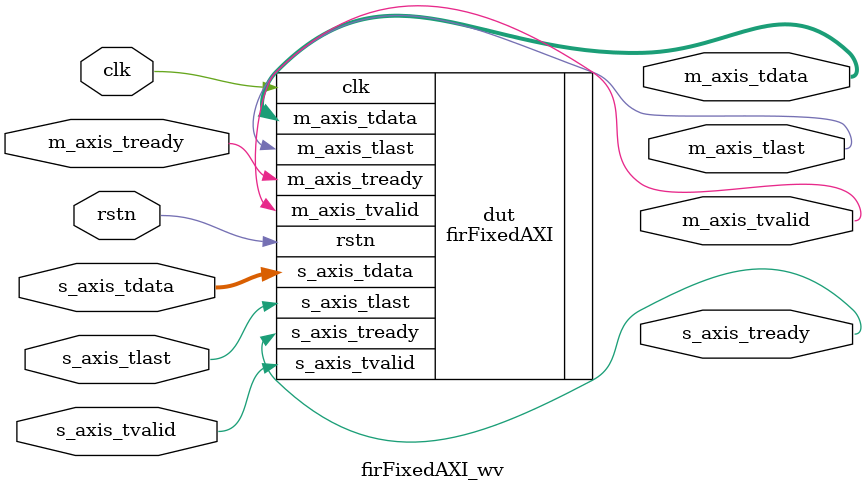
<source format=sv>


module firFixedAXI_wv #(
    parameter AXI_BITWIDTH = 32
)
( 
    input logic clk, 
    input logic rstn,

    input logic signed [AXI_BITWIDTH - 1:0] s_axis_tdata,
    output logic s_axis_tready,
    input logic s_axis_tvalid,
    input logic s_axis_tlast,

    output logic signed [AXI_BITWIDTH - 1:0] m_axis_tdata,
    input logic m_axis_tready,
    output logic m_axis_tvalid,
    output logic m_axis_tlast

);
    firFixedAXI dut (
        .clk(clk),
        .rstn(rstn),

        .s_axis_tdata(s_axis_tdata),
        .s_axis_tready(s_axis_tready),
        .s_axis_tvalid(s_axis_tvalid),
        .s_axis_tlast(s_axis_tlast),
    
        .m_axis_tdata(m_axis_tdata),
        .m_axis_tready(m_axis_tready),
        .m_axis_tvalid(m_axis_tvalid),
        .m_axis_tlast(m_axis_tlast)
    );

    initial begin
        $dumpfile ("FIR_Fixed_AXI.vcd");
        $dumpvars ();
    end
endmodule
</source>
